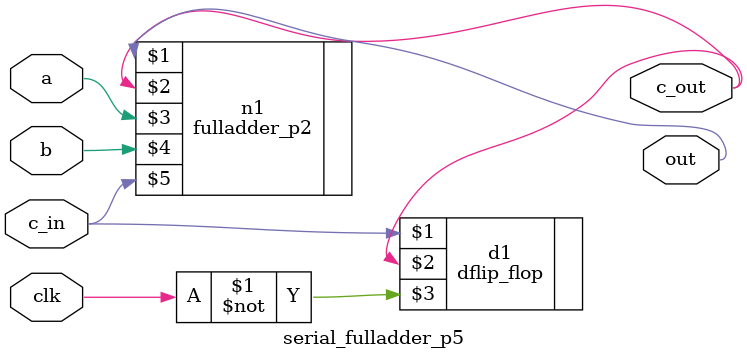
<source format=v>
module serial_fulladder_p5 (out,c_out,a,b,c_in,clk);//max delay
output out,c_out;
input a,b,c_in,clk;
//wire temp , c_temp;
//reg out ,c_out;
fulladder_p2 n1 (out,c_out,a,b,c_in);
dflip_flop   d1 (c_in,c_out,~clk);
    // always@ (posedge clk)
	    // begin
		    // out = temp;
            // c_out = c_temp;			
		// end

endmodule 
</source>
